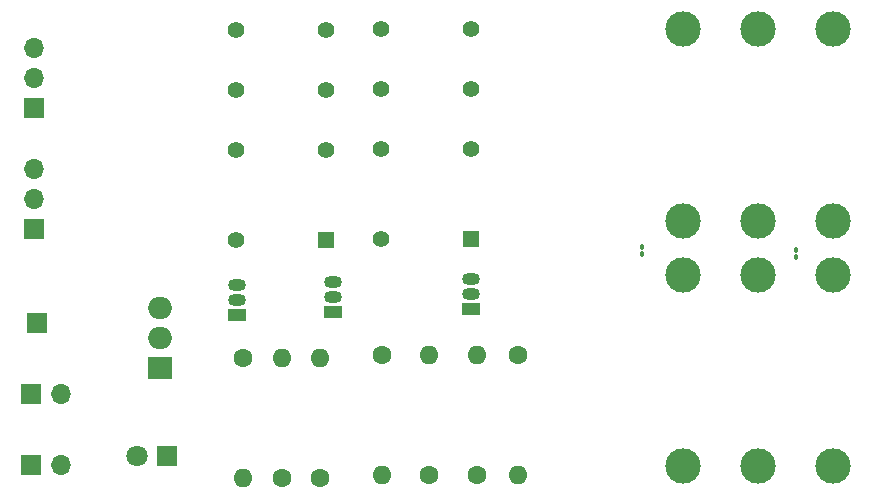
<source format=gbr>
%TF.GenerationSoftware,KiCad,Pcbnew,7.0.9*%
%TF.CreationDate,2023-12-28T11:44:19-05:00*%
%TF.ProjectId,PedalboardMain,50656461-6c62-46f6-9172-644d61696e2e,rev?*%
%TF.SameCoordinates,Original*%
%TF.FileFunction,Soldermask,Bot*%
%TF.FilePolarity,Negative*%
%FSLAX46Y46*%
G04 Gerber Fmt 4.6, Leading zero omitted, Abs format (unit mm)*
G04 Created by KiCad (PCBNEW 7.0.9) date 2023-12-28 11:44:19*
%MOMM*%
%LPD*%
G01*
G04 APERTURE LIST*
G04 Aperture macros list*
%AMRoundRect*
0 Rectangle with rounded corners*
0 $1 Rounding radius*
0 $2 $3 $4 $5 $6 $7 $8 $9 X,Y pos of 4 corners*
0 Add a 4 corners polygon primitive as box body*
4,1,4,$2,$3,$4,$5,$6,$7,$8,$9,$2,$3,0*
0 Add four circle primitives for the rounded corners*
1,1,$1+$1,$2,$3*
1,1,$1+$1,$4,$5*
1,1,$1+$1,$6,$7*
1,1,$1+$1,$8,$9*
0 Add four rect primitives between the rounded corners*
20,1,$1+$1,$2,$3,$4,$5,0*
20,1,$1+$1,$4,$5,$6,$7,0*
20,1,$1+$1,$6,$7,$8,$9,0*
20,1,$1+$1,$8,$9,$2,$3,0*%
G04 Aperture macros list end*
%ADD10C,3.000000*%
%ADD11C,1.600000*%
%ADD12O,1.600000X1.600000*%
%ADD13R,1.500000X1.050000*%
%ADD14O,1.500000X1.050000*%
%ADD15R,1.800000X1.800000*%
%ADD16C,1.800000*%
%ADD17R,1.700000X1.700000*%
%ADD18O,1.700000X1.700000*%
%ADD19R,1.400000X1.400000*%
%ADD20C,1.400000*%
%ADD21R,2.000000X1.905000*%
%ADD22O,2.000000X1.905000*%
%ADD23RoundRect,0.100000X-0.100000X0.130000X-0.100000X-0.130000X0.100000X-0.130000X0.100000X0.130000X0*%
G04 APERTURE END LIST*
D10*
%TO.C,Send1*%
X175825000Y-101135000D03*
X175825000Y-117365000D03*
X182175000Y-101135000D03*
X182175000Y-117365000D03*
X169475000Y-101135000D03*
X169475000Y-117365000D03*
%TD*%
%TO.C,Return1*%
X175825000Y-80385000D03*
X175825000Y-96615000D03*
X182175000Y-80385000D03*
X182175000Y-96615000D03*
X169475000Y-80385000D03*
X169475000Y-96615000D03*
%TD*%
D11*
%TO.C,R7*%
X155520000Y-107920000D03*
D12*
X155520000Y-118080000D03*
%TD*%
D13*
%TO.C,QL1*%
X151500000Y-104040000D03*
D14*
X151500000Y-102770000D03*
X151500000Y-101500000D03*
%TD*%
D11*
%TO.C,R4*%
X135500000Y-118330000D03*
D12*
X135500000Y-108170000D03*
%TD*%
D11*
%TO.C,R5*%
X144000000Y-107920000D03*
D12*
X144000000Y-118080000D03*
%TD*%
D15*
%TO.C,D1*%
X125775000Y-116500000D03*
D16*
X123235000Y-116500000D03*
%TD*%
D13*
%TO.C,QR1*%
X139860000Y-104270000D03*
D14*
X139860000Y-103000000D03*
X139860000Y-101730000D03*
%TD*%
D11*
%TO.C,R3*%
X148000000Y-118080000D03*
D12*
X148000000Y-107920000D03*
%TD*%
D17*
%TO.C,J3*%
X114250000Y-111250000D03*
D18*
X116790000Y-111250000D03*
%TD*%
D13*
%TO.C,QLED1*%
X131750000Y-104520000D03*
D14*
X131750000Y-103250000D03*
X131750000Y-101980000D03*
%TD*%
D19*
%TO.C,Right1*%
X139275000Y-98200000D03*
D20*
X139275000Y-90580000D03*
X139275000Y-85500000D03*
X139275000Y-80420000D03*
X131655000Y-80420000D03*
X131655000Y-85500000D03*
X131655000Y-90580000D03*
X131655000Y-98200000D03*
%TD*%
D11*
%TO.C,R2*%
X138750000Y-118330000D03*
D12*
X138750000Y-108170000D03*
%TD*%
D11*
%TO.C,RLed1*%
X132250000Y-108170000D03*
D12*
X132250000Y-118330000D03*
%TD*%
D19*
%TO.C,Left/Mono1*%
X151512500Y-98107500D03*
D20*
X151512500Y-90487500D03*
X151512500Y-85407500D03*
X151512500Y-80327500D03*
X143892500Y-80327500D03*
X143892500Y-85407500D03*
X143892500Y-90487500D03*
X143892500Y-98107500D03*
%TD*%
D21*
%TO.C,U1*%
X125195000Y-109040000D03*
D22*
X125195000Y-106500000D03*
X125195000Y-103960000D03*
%TD*%
D17*
%TO.C,In1*%
X114500000Y-87000000D03*
D18*
X114500000Y-84460000D03*
X114500000Y-81920000D03*
%TD*%
D17*
%TO.C,J1*%
X114750000Y-105250000D03*
%TD*%
D11*
%TO.C,R6*%
X152020000Y-118080000D03*
D12*
X152020000Y-107920000D03*
%TD*%
D17*
%TO.C,J2*%
X114250000Y-117250000D03*
D18*
X116790000Y-117250000D03*
%TD*%
D17*
%TO.C,Out1*%
X114500000Y-97290000D03*
D18*
X114500000Y-94750000D03*
X114500000Y-92210000D03*
%TD*%
D23*
%TO.C,R9*%
X166000000Y-98775000D03*
X166000000Y-99415000D03*
%TD*%
%TO.C,R8*%
X179000000Y-99025000D03*
X179000000Y-99665000D03*
%TD*%
M02*

</source>
